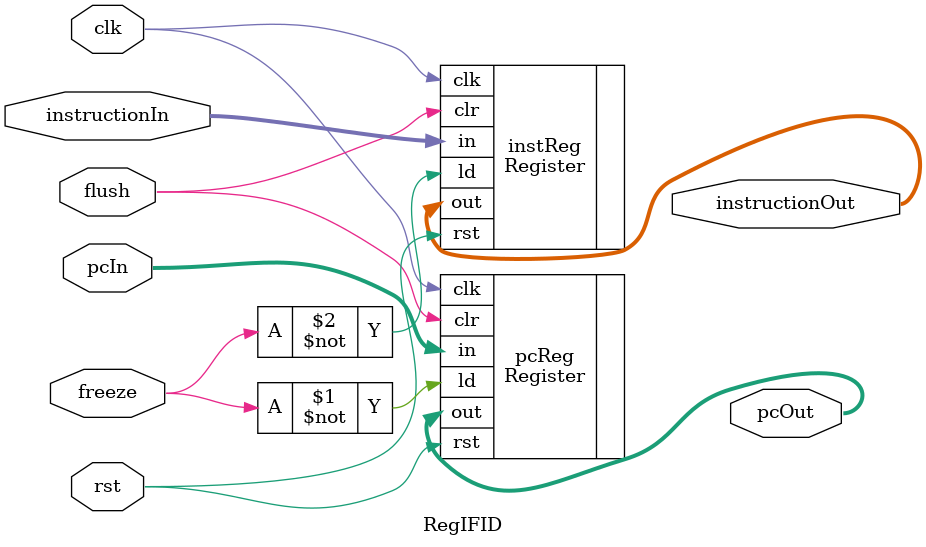
<source format=v>
module RegIFID (
    input clk,rst,
    input freeze, flush,
    input [31:0] pcIn, instructionIn,
    output [31:0] pcOut, instructionOut
);

    Register #(32) pcReg(
        .clk(clk), .rst(rst),
        .in(pcIn), .ld(~freeze), .clr(flush),
        .out(pcOut)
    );

    Register #(32) instReg(
        .clk(clk), .rst(rst),
        .in(instructionIn), .ld(~freeze), .clr(flush),
        .out(instructionOut)
    );
endmodule

  


</source>
